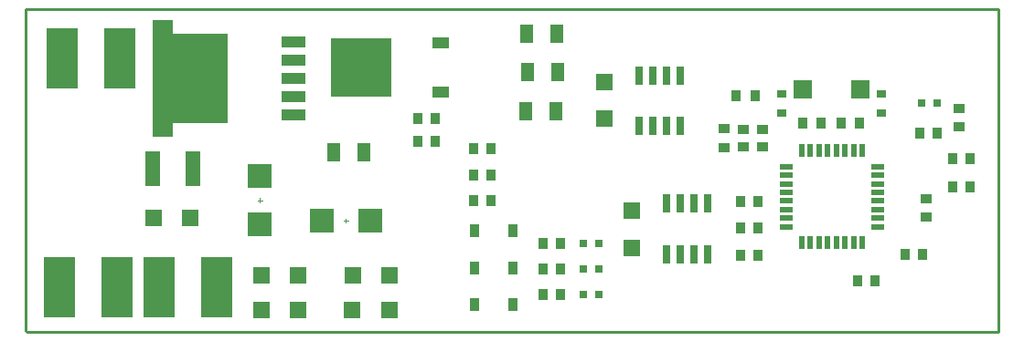
<source format=gbp>
%FSTAX23Y23*%
%MOIN*%
%SFA1B1*%

%IPPOS*%
%ADD11R,0.047200X0.065000*%
%ADD14R,0.039400X0.035400*%
%ADD15R,0.035400X0.039400*%
%ADD22C,0.010000*%
%ADD27C,0.003900*%
%ADD36R,0.059800X0.063000*%
%ADD37R,0.063000X0.059800*%
%ADD38R,0.035400X0.027600*%
%ADD39R,0.033500X0.051200*%
%ADD40R,0.224400X0.216500*%
%ADD41R,0.063000X0.039400*%
%ADD42R,0.085000X0.042100*%
%ADD43R,0.200000X0.328000*%
%ADD44R,0.075200X0.425200*%
%ADD45R,0.028300X0.070100*%
%ADD46R,0.030000X0.030000*%
%ADD47R,0.040000X0.032000*%
%ADD48R,0.032000X0.040000*%
%ADD49R,0.047200X0.019700*%
%ADD50R,0.019700X0.047200*%
%ADD51R,0.090600X0.090600*%
%ADD52R,0.090600X0.090600*%
%ADD53R,0.055100X0.129900*%
%ADD54R,0.066900X0.070900*%
%ADD55R,0.118100X0.224400*%
%LNuzcar-1*%
%LPD*%
G54D11*
X03535Y02887D03*
X03425D03*
X04125Y03037D03*
X04235D03*
X04129Y03181D03*
X04239D03*
X04127Y03322D03*
X04237D03*
G54D14*
X04917Y02971D03*
Y02908D03*
X04987D03*
Y02971D03*
G54D15*
X03793Y02926D03*
X0373D03*
X0373Y03011D03*
X03793D03*
X04906Y0251D03*
X04969D03*
X03935Y02899D03*
X03998D03*
X04906Y02609D03*
X04969D03*
X03934Y02804D03*
X03997D03*
X04906Y02707D03*
X04969D03*
X03935Y02709D03*
X03998D03*
X05681Y02761D03*
X05744D03*
X05624Y02956D03*
X05561D03*
X05571Y02514D03*
X05508D03*
X05334Y02418D03*
X05397D03*
X04251Y02366D03*
X04188D03*
X04251Y02461D03*
X04188D03*
X04251Y02555D03*
X04188D03*
X05744Y02864D03*
X05681D03*
G54D22*
X02301Y02234D02*
Y03411D01*
X02304Y02232D02*
X05847D01*
X02301Y03411D02*
X05846D01*
Y02234D02*
Y03411D01*
G54D27*
X0346Y02636D02*
X03476D01*
X03468Y02629D02*
Y02644D01*
X03155Y02704D02*
Y02719D01*
X03148Y02712D02*
X03163D01*
G54D36*
X0316Y02312D03*
X03295D03*
X0316Y02437D03*
X03295D03*
X02902Y02648D03*
X02767D03*
X03493Y02437D03*
X03628D03*
X03491Y02312D03*
X03626D03*
G54D37*
X0451Y02673D03*
Y02538D03*
X04409Y03144D03*
Y03009D03*
G54D38*
X05419Y0303D03*
Y03101D03*
X05058Y0303D03*
Y03101D03*
G54D39*
X03937Y02601D03*
X04077D03*
X03938Y02464D03*
X04078D03*
X03938Y02331D03*
X04078D03*
G54D40*
X03524Y03197D03*
G54D41*
X03815Y03107D03*
Y03287D03*
G54D42*
X03276Y03023D03*
Y0309D03*
Y03157D03*
Y03224D03*
Y03291D03*
G54D43*
X02936Y03157D03*
G54D44*
X02801Y03157D03*
G54D45*
X04787Y02514D03*
X04737D03*
X04687D03*
X04637D03*
X04787Y02699D03*
X04737D03*
X04687D03*
X04637D03*
X04537Y03168D03*
X04587D03*
X04637D03*
X04687D03*
X04537Y02983D03*
X04587D03*
X04637D03*
X04687D03*
G54D46*
X04335Y02366D03*
X0439D03*
X04335Y02461D03*
X0439D03*
X04335Y02554D03*
X0439D03*
X05568Y03067D03*
X05623D03*
G54D47*
X04847Y02973D03*
Y02905D03*
X05705Y03048D03*
Y0298D03*
X05584Y02718D03*
Y0265D03*
G54D48*
X04892Y03094D03*
X0496D03*
X05274Y02995D03*
X05342D03*
X052D03*
X05133D03*
G54D49*
X05074Y02835D03*
Y02804D03*
Y02772D03*
Y02741D03*
Y02709D03*
Y02678D03*
Y02646D03*
Y02615D03*
X05408D03*
Y02646D03*
Y02678D03*
Y02709D03*
Y02741D03*
Y02772D03*
Y02804D03*
Y02835D03*
G54D50*
X05131Y02558D03*
X05162D03*
X05194D03*
X05225D03*
X05257D03*
X05288D03*
X0532D03*
X05351D03*
Y02893D03*
X0532D03*
X05288D03*
X05257D03*
X05225D03*
X05194D03*
X05162D03*
X05131D03*
G54D51*
X03379Y02636D03*
X03557D03*
G54D52*
X03155Y028D03*
Y02623D03*
G54D53*
X02912Y02827D03*
X02763D03*
G54D54*
X05135Y03118D03*
X05343D03*
G54D55*
X02424Y02395D03*
X02634D03*
X02434Y03229D03*
X02644D03*
X02786Y02395D03*
X02996D03*
M02*
</source>
